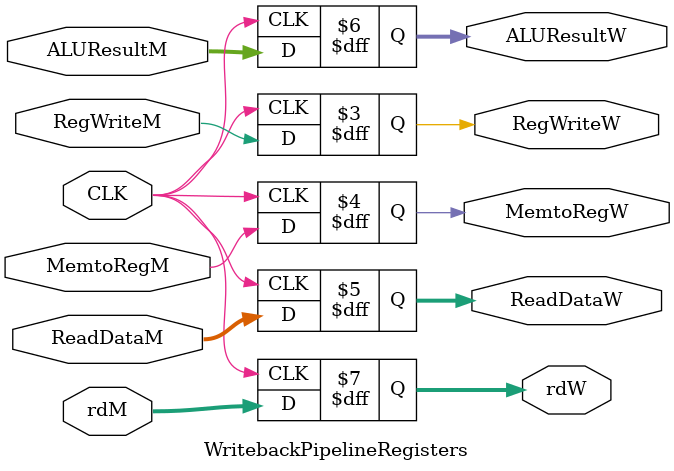
<source format=v>
`timescale 1ns / 1ps

module WritebackPipelineRegisters ( 
        input CLK,
        //input MCycleBusy,
        // Inputs
        input RegWriteM,
        input MemtoRegM,
        input [31:0] ReadDataM,
        input [31:0] ALUResultM,
        input [4:0] rdM,
        // Outputs
        output reg RegWriteW,
        output reg MemtoRegW,
        output reg [31:0] ReadDataW,
        output reg [31:0] ALUResultW,
        output reg [4:0] rdW
    );
    
    initial begin
        RegWriteW = 0;
        MemtoRegW = 0;
        ReadDataW = 0;
        ALUResultW = 0;
        rdW = 0;
    end
    
	always @ (posedge CLK) begin
//	   if (!MCycleBusy) begin
       RegWriteW <= RegWriteM;
       MemtoRegW <= MemtoRegM;
       ALUResultW <= ALUResultM;
       ReadDataW <= ReadDataM;
       rdW <= rdM;
//       end
	end
	
endmodule













</source>
